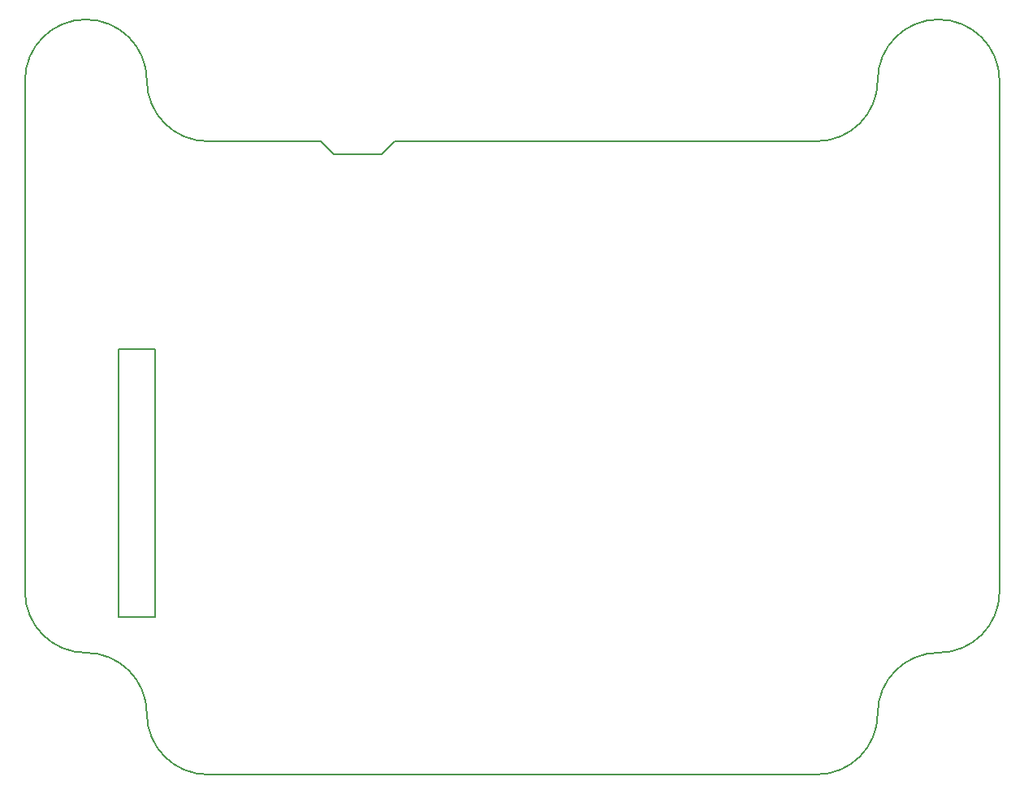
<source format=gbr>
G04 (created by PCBNEW (2013-03-15 BZR 4003)-stable) date 06-May-13 5:48:28 PM*
%MOIN*%
G04 Gerber Fmt 3.4, Leading zero omitted, Abs format*
%FSLAX34Y34*%
G01*
G70*
G90*
G04 APERTURE LIST*
%ADD10C,0.006*%
%ADD11C,0.005*%
G04 APERTURE END LIST*
G54D10*
G54D11*
X22125Y-19000D02*
X17500Y-19000D01*
X25175Y-19000D02*
X42500Y-19000D01*
X24625Y-19550D02*
X25175Y-19000D01*
X23625Y-19550D02*
X24625Y-19550D01*
X22675Y-19550D02*
X22125Y-19000D01*
X23675Y-19550D02*
X22675Y-19550D01*
X47500Y-40000D02*
G75*
G03X50000Y-37500I0J2500D01*
G74*
G01*
X42500Y-45000D02*
G75*
G03X45000Y-42500I0J2500D01*
G74*
G01*
X47500Y-40000D02*
G75*
G03X45000Y-42500I0J-2500D01*
G74*
G01*
X15000Y-42500D02*
G75*
G03X17500Y-45000I2500J0D01*
G74*
G01*
X10000Y-37500D02*
G75*
G03X12500Y-40000I2500J0D01*
G74*
G01*
X15000Y-42500D02*
G75*
G03X12500Y-40000I-2500J0D01*
G74*
G01*
X42500Y-19000D02*
G75*
G03X45000Y-16500I0J2500D01*
G74*
G01*
X50000Y-16500D02*
G75*
G03X47500Y-14000I-2500J0D01*
G74*
G01*
X47500Y-14000D02*
G75*
G03X45000Y-16500I0J-2500D01*
G74*
G01*
X15000Y-16500D02*
G75*
G03X17500Y-19000I2500J0D01*
G74*
G01*
X15000Y-16500D02*
G75*
G03X12500Y-14000I-2500J0D01*
G74*
G01*
X12500Y-14000D02*
G75*
G03X10000Y-16500I0J-2500D01*
G74*
G01*
X13850Y-38550D02*
X15350Y-38550D01*
X13850Y-27550D02*
X13850Y-38550D01*
X15350Y-27550D02*
X13850Y-27550D01*
X15350Y-38550D02*
X15350Y-27550D01*
X42500Y-45000D02*
X17500Y-45000D01*
X10000Y-37500D02*
X10000Y-16500D01*
X50000Y-16500D02*
X50000Y-37500D01*
M02*

</source>
